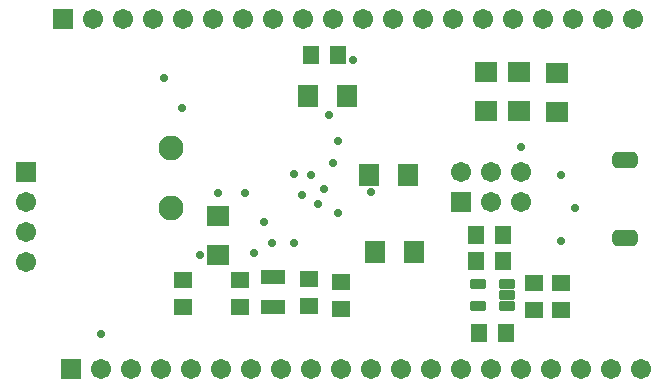
<source format=gbs>
G04*
G04 #@! TF.GenerationSoftware,Altium Limited,Altium Designer,22.6.1 (34)*
G04*
G04 Layer_Color=16711935*
%FSLAX44Y44*%
%MOMM*%
G71*
G04*
G04 #@! TF.SameCoordinates,A72CB605-F9DB-4195-8002-294397CB98EC*
G04*
G04*
G04 #@! TF.FilePolarity,Negative*
G04*
G01*
G75*
%ADD26R,1.8542X1.7272*%
%ADD29R,1.6002X1.4732*%
%ADD30R,1.4732X1.6002*%
%ADD34C,2.1082*%
%ADD35C,1.7032*%
%ADD36R,1.7032X1.7032*%
G04:AMPARAMS|DCode=37|XSize=2.2032mm|YSize=1.4032mm|CornerRadius=0.4616mm|HoleSize=0mm|Usage=FLASHONLY|Rotation=180.000|XOffset=0mm|YOffset=0mm|HoleType=Round|Shape=RoundedRectangle|*
%AMROUNDEDRECTD37*
21,1,2.2032,0.4800,0,0,180.0*
21,1,1.2800,1.4032,0,0,180.0*
1,1,0.9232,-0.6400,0.2400*
1,1,0.9232,0.6400,0.2400*
1,1,0.9232,0.6400,-0.2400*
1,1,0.9232,-0.6400,-0.2400*
%
%ADD37ROUNDEDRECTD37*%
%ADD38R,1.7032X1.7032*%
%ADD39C,0.7112*%
%ADD52R,1.7272X1.8542*%
G04:AMPARAMS|DCode=53|XSize=0.8732mm|YSize=1.3732mm|CornerRadius=0.1418mm|HoleSize=0mm|Usage=FLASHONLY|Rotation=270.000|XOffset=0mm|YOffset=0mm|HoleType=Round|Shape=RoundedRectangle|*
%AMROUNDEDRECTD53*
21,1,0.8732,1.0896,0,0,270.0*
21,1,0.5896,1.3732,0,0,270.0*
1,1,0.2836,-0.5448,-0.2948*
1,1,0.2836,-0.5448,0.2948*
1,1,0.2836,0.5448,0.2948*
1,1,0.2836,0.5448,-0.2948*
%
%ADD53ROUNDEDRECTD53*%
%ADD54R,2.1032X1.3032*%
D26*
X881380Y996950D02*
D03*
Y963930D02*
D03*
X853440Y996950D02*
D03*
Y963930D02*
D03*
X913130Y995680D02*
D03*
Y962660D02*
D03*
X626110Y842010D02*
D03*
Y875030D02*
D03*
D29*
X916940Y817880D02*
D03*
Y795020D02*
D03*
X894080Y817880D02*
D03*
Y795020D02*
D03*
X730250Y819150D02*
D03*
Y796290D02*
D03*
X645160Y820420D02*
D03*
Y797560D02*
D03*
X596900Y820420D02*
D03*
Y797560D02*
D03*
X703580Y821690D02*
D03*
Y798830D02*
D03*
D30*
X704850Y1010920D02*
D03*
X727710D02*
D03*
X844550Y858520D02*
D03*
X867410D02*
D03*
X844550Y836930D02*
D03*
X867410D02*
D03*
X847090Y775970D02*
D03*
X869950D02*
D03*
D34*
X586740Y881380D02*
D03*
Y932180D02*
D03*
D35*
X882650Y911860D02*
D03*
Y886460D02*
D03*
X857250Y911860D02*
D03*
Y886460D02*
D03*
X831850Y911860D02*
D03*
X520700Y1041400D02*
D03*
X546100D02*
D03*
X571500D02*
D03*
X596900D02*
D03*
X622300D02*
D03*
X647700D02*
D03*
X673100D02*
D03*
X698500D02*
D03*
X723900D02*
D03*
X749300D02*
D03*
X774700D02*
D03*
X800100D02*
D03*
X825500D02*
D03*
X850900D02*
D03*
X876300D02*
D03*
X901700D02*
D03*
X927100D02*
D03*
X952500D02*
D03*
X977900D02*
D03*
X984250Y745490D02*
D03*
X958850D02*
D03*
X933450D02*
D03*
X908050D02*
D03*
X882650D02*
D03*
X857250D02*
D03*
X831850D02*
D03*
X806450D02*
D03*
X781050D02*
D03*
X755650D02*
D03*
X730250D02*
D03*
X704850D02*
D03*
X679450D02*
D03*
X654050D02*
D03*
X628650D02*
D03*
X603250D02*
D03*
X577850D02*
D03*
X552450D02*
D03*
X527050D02*
D03*
X463550Y886460D02*
D03*
Y861060D02*
D03*
Y835660D02*
D03*
D36*
X831850Y886460D02*
D03*
X495300Y1041400D02*
D03*
X501650Y745490D02*
D03*
D37*
X970360Y855850D02*
D03*
Y921850D02*
D03*
D38*
X463550Y911860D02*
D03*
D39*
X580390Y991870D02*
D03*
X527050Y774700D02*
D03*
X648970Y894080D02*
D03*
X690880Y852170D02*
D03*
X595630Y966470D02*
D03*
X740410Y1007110D02*
D03*
X735330Y976630D02*
D03*
X755650Y895350D02*
D03*
X727710Y877570D02*
D03*
Y938530D02*
D03*
X690880Y910590D02*
D03*
X916940Y853440D02*
D03*
X610870Y842010D02*
D03*
X626110Y894080D02*
D03*
X665480Y869950D02*
D03*
X656590Y843280D02*
D03*
X671830Y852170D02*
D03*
X882650Y933450D02*
D03*
X928370Y881380D02*
D03*
X916940Y909320D02*
D03*
X697230Y892810D02*
D03*
X750570Y905510D02*
D03*
X720090Y960120D02*
D03*
X711200Y885190D02*
D03*
X716280Y897890D02*
D03*
X704850Y909320D02*
D03*
X723900Y919480D02*
D03*
D52*
X735330Y976630D02*
D03*
X702310D02*
D03*
X792480Y844550D02*
D03*
X759460D02*
D03*
X754380Y909320D02*
D03*
X787400D02*
D03*
D53*
X870720Y817120D02*
D03*
Y807720D02*
D03*
Y798320D02*
D03*
X846320D02*
D03*
Y817120D02*
D03*
D54*
X673100Y797760D02*
D03*
Y822760D02*
D03*
M02*

</source>
